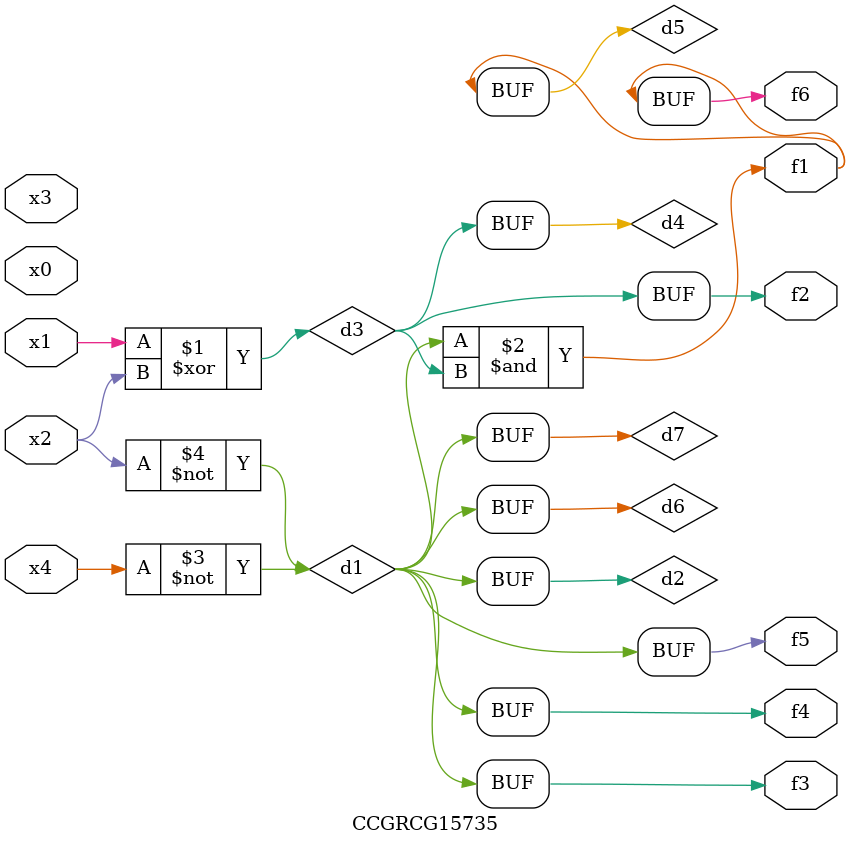
<source format=v>
module CCGRCG15735(
	input x0, x1, x2, x3, x4,
	output f1, f2, f3, f4, f5, f6
);

	wire d1, d2, d3, d4, d5, d6, d7;

	not (d1, x4);
	not (d2, x2);
	xor (d3, x1, x2);
	buf (d4, d3);
	and (d5, d1, d3);
	buf (d6, d1, d2);
	buf (d7, d2);
	assign f1 = d5;
	assign f2 = d4;
	assign f3 = d7;
	assign f4 = d7;
	assign f5 = d7;
	assign f6 = d5;
endmodule

</source>
